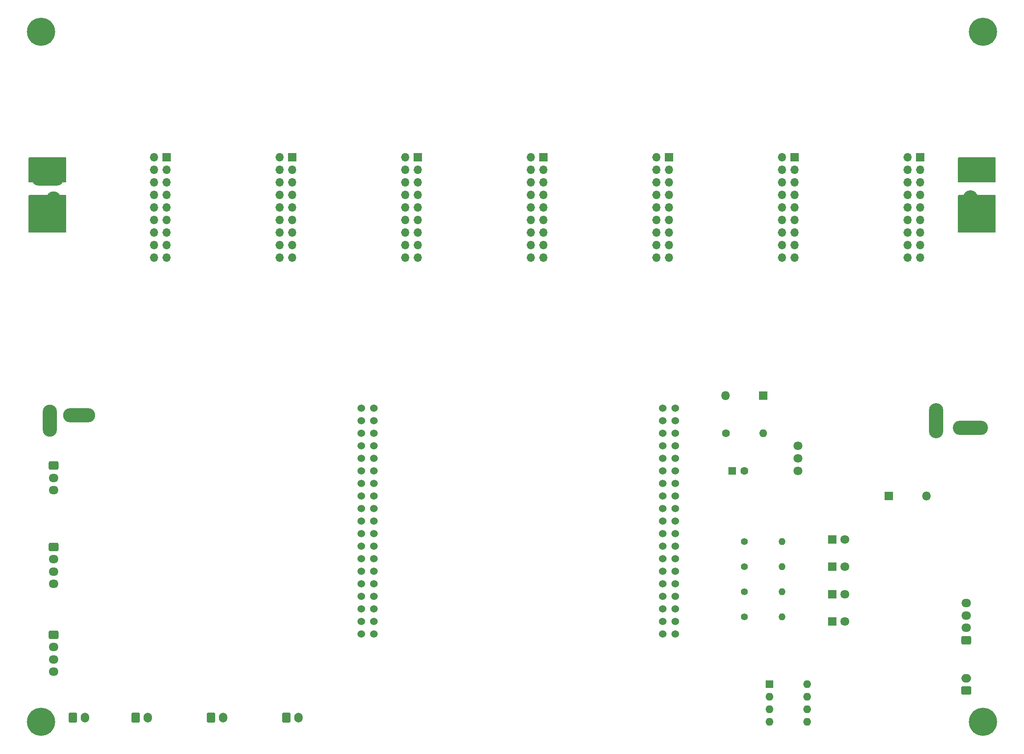
<source format=gbr>
G04 #@! TF.GenerationSoftware,KiCad,Pcbnew,7.0.2*
G04 #@! TF.CreationDate,2023-07-03T12:29:34+09:00*
G04 #@! TF.ProjectId,undercarriage_system,756e6465-7263-4617-9272-696167655f73,rev?*
G04 #@! TF.SameCoordinates,Original*
G04 #@! TF.FileFunction,Soldermask,Bot*
G04 #@! TF.FilePolarity,Negative*
%FSLAX46Y46*%
G04 Gerber Fmt 4.6, Leading zero omitted, Abs format (unit mm)*
G04 Created by KiCad (PCBNEW 7.0.2) date 2023-07-03 12:29:34*
%MOMM*%
%LPD*%
G01*
G04 APERTURE LIST*
G04 Aperture macros list*
%AMRoundRect*
0 Rectangle with rounded corners*
0 $1 Rounding radius*
0 $2 $3 $4 $5 $6 $7 $8 $9 X,Y pos of 4 corners*
0 Add a 4 corners polygon primitive as box body*
4,1,4,$2,$3,$4,$5,$6,$7,$8,$9,$2,$3,0*
0 Add four circle primitives for the rounded corners*
1,1,$1+$1,$2,$3*
1,1,$1+$1,$4,$5*
1,1,$1+$1,$6,$7*
1,1,$1+$1,$8,$9*
0 Add four rect primitives between the rounded corners*
20,1,$1+$1,$2,$3,$4,$5,0*
20,1,$1+$1,$4,$5,$6,$7,0*
20,1,$1+$1,$6,$7,$8,$9,0*
20,1,$1+$1,$8,$9,$2,$3,0*%
G04 Aperture macros list end*
%ADD10C,1.600000*%
%ADD11O,1.600000X1.600000*%
%ADD12R,1.600000X1.600000*%
%ADD13R,1.800000X1.800000*%
%ADD14C,1.800000*%
%ADD15C,5.700000*%
%ADD16RoundRect,0.250000X-0.725000X0.600000X-0.725000X-0.600000X0.725000X-0.600000X0.725000X0.600000X0*%
%ADD17O,1.950000X1.700000*%
%ADD18RoundRect,0.250000X0.750000X-0.600000X0.750000X0.600000X-0.750000X0.600000X-0.750000X-0.600000X0*%
%ADD19O,2.000000X1.700000*%
%ADD20R,1.700000X1.700000*%
%ADD21O,1.700000X1.700000*%
%ADD22C,1.400000*%
%ADD23O,1.400000X1.400000*%
%ADD24RoundRect,0.250000X0.725000X-0.600000X0.725000X0.600000X-0.725000X0.600000X-0.725000X-0.600000X0*%
%ADD25O,2.900000X6.500000*%
%ADD26O,6.500000X2.900000*%
%ADD27O,1.800000X1.800000*%
%ADD28RoundRect,0.250000X-0.600000X-0.750000X0.600000X-0.750000X0.600000X0.750000X-0.600000X0.750000X0*%
%ADD29O,1.700000X2.000000*%
%ADD30O,7.100000X2.900000*%
%ADD31O,2.900000X7.100000*%
%ADD32C,1.524000*%
G04 APERTURE END LIST*
D10*
X161350000Y-101600000D03*
D11*
X168850000Y-101600000D03*
D12*
X170180000Y-152400000D03*
D11*
X170180000Y-154940000D03*
X170180000Y-157480000D03*
X170180000Y-160020000D03*
X177800000Y-160020000D03*
X177800000Y-157480000D03*
X177800000Y-154940000D03*
X177800000Y-152400000D03*
D13*
X182880000Y-139700000D03*
D14*
X185420000Y-139700000D03*
D15*
X22860000Y-20320000D03*
D16*
X25400000Y-142360000D03*
D17*
X25400000Y-144860000D03*
X25400000Y-147360000D03*
X25400000Y-149860000D03*
D18*
X209910000Y-153650000D03*
D19*
X209910000Y-151150000D03*
D14*
X175920000Y-104140000D03*
X175920000Y-106680000D03*
X175920000Y-109220000D03*
D20*
X200660000Y-45720000D03*
D21*
X198120000Y-45720000D03*
X200660000Y-48260000D03*
X198120000Y-48260000D03*
X200660000Y-50800000D03*
X198120000Y-50800000D03*
X200660000Y-53340000D03*
X198120000Y-53340000D03*
X200660000Y-55880000D03*
X198120000Y-55880000D03*
X200660000Y-58420000D03*
X198120000Y-58420000D03*
X200660000Y-60960000D03*
X198120000Y-60960000D03*
X200660000Y-63500000D03*
X198120000Y-63500000D03*
X200660000Y-66040000D03*
X198120000Y-66040000D03*
D22*
X165100000Y-128600000D03*
D23*
X172720000Y-128600000D03*
D20*
X48260000Y-45720000D03*
D21*
X45720000Y-45720000D03*
X48260000Y-48260000D03*
X45720000Y-48260000D03*
X48260000Y-50800000D03*
X45720000Y-50800000D03*
X48260000Y-53340000D03*
X45720000Y-53340000D03*
X48260000Y-55880000D03*
X45720000Y-55880000D03*
X48260000Y-58420000D03*
X45720000Y-58420000D03*
X48260000Y-60960000D03*
X45720000Y-60960000D03*
X48260000Y-63500000D03*
X45720000Y-63500000D03*
X48260000Y-66040000D03*
X45720000Y-66040000D03*
D20*
X73660000Y-45720000D03*
D21*
X71120000Y-45720000D03*
X73660000Y-48260000D03*
X71120000Y-48260000D03*
X73660000Y-50800000D03*
X71120000Y-50800000D03*
X73660000Y-53340000D03*
X71120000Y-53340000D03*
X73660000Y-55880000D03*
X71120000Y-55880000D03*
X73660000Y-58420000D03*
X71120000Y-58420000D03*
X73660000Y-60960000D03*
X71120000Y-60960000D03*
X73660000Y-63500000D03*
X71120000Y-63500000D03*
X73660000Y-66040000D03*
X71120000Y-66040000D03*
D16*
X25400000Y-124580000D03*
D17*
X25400000Y-127080000D03*
X25400000Y-129580000D03*
X25400000Y-132080000D03*
D15*
X213360000Y-20320000D03*
D22*
X165100000Y-123520000D03*
D23*
X172720000Y-123520000D03*
D16*
X25400000Y-108090000D03*
D17*
X25400000Y-110590000D03*
X25400000Y-113090000D03*
D22*
X165100000Y-138760000D03*
D23*
X172720000Y-138760000D03*
D24*
X209910000Y-143450000D03*
D17*
X209910000Y-140950000D03*
X209910000Y-138450000D03*
X209910000Y-135950000D03*
D13*
X182880000Y-123050000D03*
D14*
X185420000Y-123050000D03*
D25*
X24640000Y-99060000D03*
D26*
X30540000Y-97885000D03*
D13*
X194310000Y-114300000D03*
D27*
X201930000Y-114300000D03*
D22*
X165100000Y-133680000D03*
D23*
X172720000Y-133680000D03*
D28*
X57170000Y-159110000D03*
D29*
X59670000Y-159110000D03*
D15*
X22860000Y-160020000D03*
D30*
X212195000Y-48890000D03*
D31*
X210820000Y-55890000D03*
D20*
X99060000Y-45720000D03*
D21*
X96520000Y-45720000D03*
X99060000Y-48260000D03*
X96520000Y-48260000D03*
X99060000Y-50800000D03*
X96520000Y-50800000D03*
X99060000Y-53340000D03*
X96520000Y-53340000D03*
X99060000Y-55880000D03*
X96520000Y-55880000D03*
X99060000Y-58420000D03*
X96520000Y-58420000D03*
X99060000Y-60960000D03*
X96520000Y-60960000D03*
X99060000Y-63500000D03*
X96520000Y-63500000D03*
X99060000Y-66040000D03*
X96520000Y-66040000D03*
D28*
X41930000Y-159110000D03*
D29*
X44430000Y-159110000D03*
D13*
X182880000Y-134150000D03*
D14*
X185420000Y-134150000D03*
D13*
X182880000Y-128600000D03*
D14*
X185420000Y-128600000D03*
D28*
X29230000Y-159110000D03*
D29*
X31730000Y-159110000D03*
D20*
X175260000Y-45720000D03*
D21*
X172720000Y-45720000D03*
X175260000Y-48260000D03*
X172720000Y-48260000D03*
X175260000Y-50800000D03*
X172720000Y-50800000D03*
X175260000Y-53340000D03*
X172720000Y-53340000D03*
X175260000Y-55880000D03*
X172720000Y-55880000D03*
X175260000Y-58420000D03*
X172720000Y-58420000D03*
X175260000Y-60960000D03*
X172720000Y-60960000D03*
X175260000Y-63500000D03*
X172720000Y-63500000D03*
X175260000Y-66040000D03*
X172720000Y-66040000D03*
D20*
X124460000Y-45720000D03*
D21*
X121920000Y-45720000D03*
X124460000Y-48260000D03*
X121920000Y-48260000D03*
X124460000Y-50800000D03*
X121920000Y-50800000D03*
X124460000Y-53340000D03*
X121920000Y-53340000D03*
X124460000Y-55880000D03*
X121920000Y-55880000D03*
X124460000Y-58420000D03*
X121920000Y-58420000D03*
X124460000Y-60960000D03*
X121920000Y-60960000D03*
X124460000Y-63500000D03*
X121920000Y-63500000D03*
X124460000Y-66040000D03*
X121920000Y-66040000D03*
D12*
X162600000Y-109220000D03*
D10*
X165100000Y-109220000D03*
D26*
X24225000Y-49980000D03*
D25*
X25400000Y-55880000D03*
D32*
X151130000Y-142240000D03*
X148590000Y-142240000D03*
X151130000Y-139700000D03*
X148590000Y-139700000D03*
X151130000Y-137160000D03*
X148590000Y-137160000D03*
X151130000Y-134620000D03*
X148590000Y-134620000D03*
X151130000Y-132080000D03*
X148590000Y-132080000D03*
X151130000Y-129540000D03*
X148590000Y-129540000D03*
X151130000Y-127000000D03*
X148590000Y-127000000D03*
X151130000Y-124460000D03*
X148590000Y-124460000D03*
X151130000Y-121920000D03*
X148590000Y-121920000D03*
X151130000Y-119380000D03*
X148590000Y-119380000D03*
X151130000Y-116840000D03*
X148590000Y-116840000D03*
X151130000Y-114300000D03*
X148590000Y-114300000D03*
X151130000Y-111760000D03*
X148590000Y-111760000D03*
X151130000Y-109220000D03*
X148590000Y-109220000D03*
X151130000Y-106680000D03*
X148590000Y-106680000D03*
X151130000Y-104140000D03*
X148590000Y-104140000D03*
X151130000Y-101600000D03*
X148590000Y-101600000D03*
X151130000Y-99060000D03*
X148590000Y-99060000D03*
X151130000Y-96520000D03*
X148590000Y-96520000D03*
X90170000Y-142240000D03*
X87630000Y-142240000D03*
X90170000Y-139700000D03*
X87630000Y-139700000D03*
X90170000Y-137160000D03*
X87630000Y-137160000D03*
X90170000Y-134620000D03*
X87630000Y-134620000D03*
X90170000Y-132080000D03*
X87630000Y-132080000D03*
X90170000Y-129540000D03*
X87630000Y-129540000D03*
X90170000Y-127000000D03*
X87630000Y-127000000D03*
X90170000Y-124460000D03*
X87630000Y-124460000D03*
X90170000Y-121920000D03*
X87630000Y-121920000D03*
X90170000Y-119380000D03*
X87630000Y-119380000D03*
X90170000Y-116840000D03*
X87630000Y-116840000D03*
X90170000Y-114300000D03*
X87630000Y-114300000D03*
X90170000Y-111760000D03*
X87630000Y-111760000D03*
X90170000Y-109220000D03*
X87630000Y-109220000D03*
X90170000Y-106680000D03*
X87630000Y-106680000D03*
X90170000Y-104140000D03*
X87630000Y-104140000D03*
X90170000Y-101600000D03*
X87630000Y-101600000D03*
X90170000Y-99060000D03*
X87630000Y-99060000D03*
X90170000Y-96520000D03*
X87630000Y-96520000D03*
D13*
X168910000Y-93980000D03*
D27*
X161290000Y-93980000D03*
D20*
X149860000Y-45720000D03*
D21*
X147320000Y-45720000D03*
X149860000Y-48260000D03*
X147320000Y-48260000D03*
X149860000Y-50800000D03*
X147320000Y-50800000D03*
X149860000Y-53340000D03*
X147320000Y-53340000D03*
X149860000Y-55880000D03*
X147320000Y-55880000D03*
X149860000Y-58420000D03*
X147320000Y-58420000D03*
X149860000Y-60960000D03*
X147320000Y-60960000D03*
X149860000Y-63500000D03*
X147320000Y-63500000D03*
X149860000Y-66040000D03*
X147320000Y-66040000D03*
D15*
X213360000Y-160020000D03*
D31*
X203830000Y-99060000D03*
D30*
X210830000Y-100435000D03*
D28*
X72410000Y-159110000D03*
D29*
X74910000Y-159110000D03*
G36*
X27883039Y-45739685D02*
G01*
X27928794Y-45792489D01*
X27940000Y-45844000D01*
X27940000Y-50676000D01*
X27920315Y-50743039D01*
X27867511Y-50788794D01*
X27816000Y-50800000D01*
X20444000Y-50800000D01*
X20376961Y-50780315D01*
X20331206Y-50727511D01*
X20320000Y-50676000D01*
X20320000Y-45844000D01*
X20339685Y-45776961D01*
X20392489Y-45731206D01*
X20444000Y-45720000D01*
X27816000Y-45720000D01*
X27883039Y-45739685D01*
G37*
G36*
X215843039Y-53359685D02*
G01*
X215888794Y-53412489D01*
X215900000Y-53464000D01*
X215900000Y-60836000D01*
X215880315Y-60903039D01*
X215827511Y-60948794D01*
X215776000Y-60960000D01*
X208404000Y-60960000D01*
X208336961Y-60940315D01*
X208291206Y-60887511D01*
X208280000Y-60836000D01*
X208280000Y-53464000D01*
X208299685Y-53396961D01*
X208352489Y-53351206D01*
X208404000Y-53340000D01*
X215776000Y-53340000D01*
X215843039Y-53359685D01*
G37*
G36*
X27883039Y-53359685D02*
G01*
X27928794Y-53412489D01*
X27940000Y-53464000D01*
X27940000Y-60836000D01*
X27920315Y-60903039D01*
X27867511Y-60948794D01*
X27816000Y-60960000D01*
X20444000Y-60960000D01*
X20376961Y-60940315D01*
X20331206Y-60887511D01*
X20320000Y-60836000D01*
X20320000Y-53464000D01*
X20339685Y-53396961D01*
X20392489Y-53351206D01*
X20444000Y-53340000D01*
X27816000Y-53340000D01*
X27883039Y-53359685D01*
G37*
G36*
X215843039Y-45739685D02*
G01*
X215888794Y-45792489D01*
X215900000Y-45844000D01*
X215900000Y-50676000D01*
X215880315Y-50743039D01*
X215827511Y-50788794D01*
X215776000Y-50800000D01*
X208404000Y-50800000D01*
X208336961Y-50780315D01*
X208291206Y-50727511D01*
X208280000Y-50676000D01*
X208280000Y-45844000D01*
X208299685Y-45776961D01*
X208352489Y-45731206D01*
X208404000Y-45720000D01*
X215776000Y-45720000D01*
X215843039Y-45739685D01*
G37*
M02*

</source>
